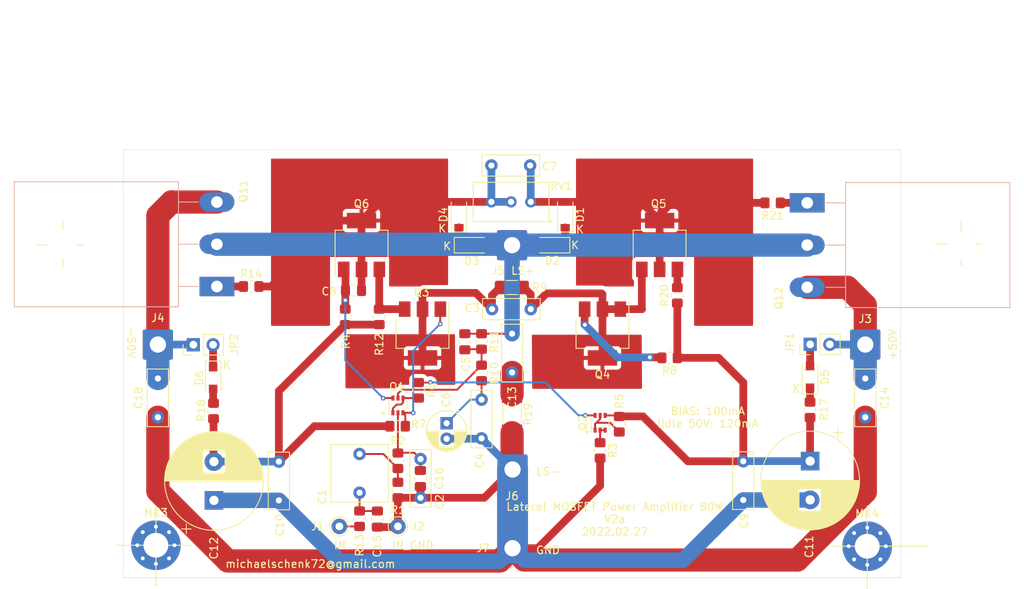
<source format=kicad_pcb>
(kicad_pcb (version 20211014) (generator pcbnew)
  (layers (0 "F.Cu" signal) (31 "B.Cu" signal) (34 "B.Paste" user) (35 "F.Paste" user) (36 "B.SilkS" user "B.Silkscreen") (37 "F.SilkS" user "F.Silkscreen") (38 "B.Mask" user) (39 "F.Mask" user) (44 "Edge.Cuts" user))
  (net 0 "")
  (net 1 "Net-(C1-Pad2)")
  (net 2 "Net-(C1-Pad1)")
  (net 3 "GND")
  (net 4 "Net-(C16-Pad1)")
  (net 5 "Net-(C3-Pad1)")
  (net 6 "Net-(C3-Pad2)")
  (net 7 "Net-(C4-Pad1)")
  (net 8 "Net-(C5-Pad2)")
  (net 9 "Net-(C13-Pad1)")
  (net 10 "Net-(C7-Pad2)")
  (net 11 "Net-(C7-Pad1)")
  (net 12 "Net-(C8-Pad1)")
  (net 13 "Net-(C11-Pad1)")
  (net 14 "Net-(C10-Pad2)")
  (net 15 "Net-(C13-Pad2)")
  (net 16 "Net-(J1-Pad1)")
  (net 17 "Net-(D1-Pad1)")
  (net 18 "Net-(D3-Pad1)")
  (net 19 "Net-(D5-Pad2)")
  (net 20 "Net-(D5-Pad1)")
  (net 21 "Net-(D6-Pad2)")
  (net 22 "Net-(D6-Pad1)")
  (net 23 "Net-(Q1-Pad3)")
  (net 24 "Net-(Q11-Pad1)")
  (net 25 "Net-(C14-Pad1)")
  (net 26 "Net-(C18-Pad2)")
  (net 27 "Net-(Q1-Pad1)")
  (net 28 "Net-(Q2-Pad6)")
  (net 29 "Net-(Q3-Pad3)")
  (net 30 "Net-(Q4-Pad3)")
  (net 31 "Net-(Q5-Pad3)")
  (net 32 "Net-(Q2-Pad2)")
  (net 33 "Net-(Q2-Pad1)")
  (net 34 "Net-(Q12-Pad1)")
  (footprint "Resistor_SMD:R_0805_2012Metric_Pad1.20x1.40mm_HandSolder" (layer "F.Cu") (at 180.721 63.373 90)
    (fp_text reference "R20")
    (fp_text value "100R")
  )
  (footprint "Capacitor_THT:C_Rect_L7.2mm_W7.2mm_P5.00mm_FKS2_FKP2_MKS2_MKP2" (layer "F.Cu") (at 139.7 83.85 -90)
    (fp_text reference "C1")
    (fp_text value "3.3uF")
  )
  (footprint "Capacitor_THT:C_Rect_L7.2mm_W2.5mm_P5.00mm_FKS2_FKP2_MKS2_MKP2" (layer "F.Cu") (at 147.571 84.5005 -90)
    (fp_text reference "C2")
    (fp_text value "1n")
  )
  (footprint "Capacitor_THT:C_Rect_L7.2mm_W2.5mm_P5.00mm_FKS2_FKP2_MKS2_MKP2" (layer "F.Cu") (at 161.798 65.151 180)
    (fp_text reference "C3")
    (fp_text value "10n")
  )
  (footprint "Capacitor_THT:CP_Radial_D5.0mm_P2.00mm" (layer "F.Cu") (at 150.9395 79.883 -90)
    (fp_text reference "C4")
    (fp_text value "47u/16V")
  )
  (footprint "Capacitor_SMD:C_0805_2012Metric_Pad1.18x1.45mm_HandSolder" (layer "F.Cu") (at 153.289 69.3635 -90)
    (fp_text reference "C5")
    (fp_text value "10p")
  )
  (footprint "Capacitor_THT:C_Rect_L7.2mm_W2.5mm_P5.00mm_FKS2_FKP2_MKS2_MKP2" (layer "F.Cu") (at 155.448 76.835 -90)
    (fp_text reference "C6")
    (fp_text value "100n")
  )
  (footprint "Capacitor_SMD:C_0805_2012Metric_Pad1.18x1.45mm_HandSolder" (layer "F.Cu") (at 138.9165 62.738)
    (fp_text reference "C8")
    (fp_text value "18p")
  )
  (footprint "Capacitor_THT:C_Rect_L7.2mm_W2.5mm_P5.00mm_FKS2_FKP2_MKS2_MKP2" (layer "F.Cu") (at 189.23 84.789 -90)
    (fp_text reference "C9")
    (fp_text value "100n")
  )
  (footprint "Capacitor_THT:CP_Radial_D12.5mm_P5.00mm" (layer "F.Cu") (at 197.866 84.7725 -90)
    (fp_text reference "C11")
    (fp_text value "220u/100V")
  )
  (footprint "Capacitor_THT:C_Rect_L7.2mm_W2.5mm_P5.00mm_FKS2_FKP2_MKS2_MKP2" (layer "F.Cu") (at 159.385 68.326 -90)
    (fp_text reference "C13")
    (fp_text value "22n")
  )
  (footprint "Diode_SMD:D_SOD-123" (layer "F.Cu") (at 166.243 52.958 90)
    (fp_text reference "D1")
    (fp_text value "1N914")
  )
  (footprint "Diode_SMD:D_SOD-123" (layer "F.Cu") (at 164.592 56.896 180)
    (fp_text reference "D2")
    (fp_text value "12V/0.5W")
  )
  (footprint "Diode_SMD:D_SOD-123" (layer "F.Cu") (at 154.178 56.896)
    (fp_text reference "D3")
    (fp_text value "1N914")
  )
  (footprint "Diode_SMD:D_SOD-123" (layer "F.Cu") (at 152.527 52.958 90)
    (fp_text reference "D4")
    (fp_text value "12V/0.5W")
  )
  (footprint "Diode_SMD:D_SOD-123F" (layer "F.Cu") (at 197.85 73.9 90)
    (fp_text reference "D5")
    (fp_text value "SM4002PL-TP")
  )
  (footprint "Connector_Pin:Pin_D1.0mm_L10.0mm" (layer "F.Cu") (at 137.0935 93.2)
    (fp_text reference "J1")
    (fp_text value "Conn_01x01")
  )
  (footprint "Connector_Pin:Pin_D1.0mm_L10.0mm" (layer "F.Cu") (at 144.65 93.2)
    (fp_text reference "J2")
    (fp_text value "Conn_01x01")
  )
  (footprint "Connector_Wire:SolderWire-1.5sqmm_1x01_D1.7mm_OD3.9mm" (layer "F.Cu") (at 204.978 69.723)
    (fp_text reference "J3")
    (fp_text value "+50V")
  )
  (footprint "Connector_Wire:SolderWire-1.5sqmm_1x01_D1.7mm_OD3.9mm" (layer "F.Cu") (at 159.385 56.896)
    (fp_text reference "J5")
    (fp_text value "LS+")
  )
  (footprint "Connector_Wire:SolderWire-1.5sqmm_1x01_D1.7mm_OD3.9mm" (layer "F.Cu") (at 159.4485 85.852)
    (fp_text reference "J6")
    (fp_text value "LS-")
  )
  (footprint "Connector_Wire:SolderWire-1.5sqmm_1x01_D1.7mm_OD3.9mm" (layer "F.Cu") (at 159.4485 96.012)
    (fp_text reference "J7")
    (fp_text value "GND")
  )
  (footprint "Connector_PinHeader_2.54mm:PinHeader_1x02_P2.54mm_Vertical" (layer "F.Cu") (at 197.86 69.7 90)
    (fp_text reference "JP1")
    (fp_text value "Jump")
  )
  (footprint "MountingHole:MountingHole_3.2mm_M3_Pad_Via" (layer "F.Cu") (at 113.411 95.631)
    (fp_text reference "MK3")
    (fp_text value "Mounting_Hole_PAD")
  )
  (footprint "MountingHole:MountingHole_3.2mm_M3_Pad_Via" (layer "F.Cu") (at 205.232 95.758)
    (fp_text reference "MK4")
    (fp_text value "Mounting_Hole_PAD")
  )
  (footprint "Resistor_SMD:R_0805_2012Metric_Pad1.20x1.40mm_HandSolder" (layer "F.Cu") (at 144.65 88.503 -90)
    (fp_text reference "R1")
    (fp_text value "33k")
  )
  (footprint "Resistor_SMD:R_0805_2012Metric_Pad1.20x1.40mm_HandSolder" (layer "F.Cu") (at 144.65 84.725 -90)
    (fp_text reference "R2")
    (fp_text value "1k")
  )
  (footprint "Resistor_SMD:R_0805_2012Metric_Pad1.20x1.40mm_HandSolder" (layer "F.Cu") (at 170.7515 83.3915 -90)
    (fp_text reference "R3")
    (fp_text value "22k")
  )
  (footprint "Resistor_SMD:R_0805_2012Metric_Pad1.20x1.40mm_HandSolder" (layer "F.Cu") (at 173.228 80.01 -90)
    (fp_text reference "R5")
    (fp_text value "680R")
  )
  (footprint "Resistor_SMD:R_0805_2012Metric_Pad1.20x1.40mm_HandSolder" (layer "F.Cu") (at 147.32 75.6285 -90)
    (fp_text reference "R6")
    (fp_text value "22k")
  )
  (footprint "Resistor_SMD:R_1206_3216Metric_Pad1.30x1.75mm_HandSolder" (layer "F.Cu") (at 159.359 62.357 180)
    (fp_text reference "R9")
    (fp_text value "12k/1W")
  )
  (footprint "Resistor_SMD:R_0805_2012Metric_Pad1.20x1.40mm_HandSolder" (layer "F.Cu") (at 155.448 73.39 -90)
    (fp_text reference "R10")
    (fp_text value "1k")
  )
  (footprint "Resistor_SMD:R_0805_2012Metric_Pad1.20x1.40mm_HandSolder" (layer "F.Cu") (at 155.448 69.326 -90)
    (fp_text reference "R11")
    (fp_text value "33k")
  )
  (footprint "Resistor_SMD:R_0805_2012Metric_Pad1.20x1.40mm_HandSolder" (layer "F.Cu") (at 142.24 66.151 -90)
    (fp_text reference "R12")
    (fp_text value "100R")
  )
  (footprint "Resistor_SMD:R_0805_2012Metric_Pad1.20x1.40mm_HandSolder" (layer "F.Cu") (at 125.714 62.23)
    (fp_text reference "R14")
    (fp_text value "220R")
  )
  (footprint "Resistor_SMD:R_0805_2012Metric_Pad1.20x1.40mm_HandSolder" (layer "F.Cu") (at 197.85 78.15 90)
    (fp_text reference "R17")
    (fp_text value "100R")
  )
  (footprint "Resistor_SMD:R_MELF_MMB-0207" (layer "F.Cu") (at 159.385 78.65 -90)
    (fp_text reference "R19")
    (fp_text value "6.8R/1W")
  )
  (footprint "Resistor_SMD:R_0805_2012Metric_Pad1.20x1.40mm_HandSolder" (layer "F.Cu") (at 193.024 51.435 180)
    (fp_text reference "R21")
    (fp_text value "220R")
  )
  (footprint "Capacitor_THT:C_Rect_L7.2mm_W2.5mm_P5.00mm_FKS2_FKP2_MKS2_MKP2" (layer "F.Cu") (at 204.978 74.1045 -90)
    (fp_text reference "C14")
    (fp_text value "100n")
  )
  (footprint "Resistor_SMD:R_0805_2012Metric_Pad1.20x1.40mm_HandSolder" (layer "F.Cu") (at 120.85 78.3 -90)
    (fp_text reference "R18")
    (fp_text value "100R")
  )
  (footprint "Capacitor_THT:C_Rect_L7.2mm_W2.5mm_P5.00mm_FKS2_FKP2_MKS2_MKP2" (layer "F.Cu") (at 129.286 89.836 90)
    (fp_text reference "C10")
    (fp_text value "100n")
  )
  (footprint "Capacitor_THT:CP_Radial_D12.5mm_P5.00mm" (layer "F.Cu") (at 120.904 89.836 90)
    (fp_text reference "C12")
    (fp_text value "220u/100V")
  )
  (footprint "Resistor_SMD:R_0805_2012Metric_Pad1.20x1.40mm_HandSolder" (layer "F.Cu") (at 144.6055 80.264 180)
    (fp_text reference "R7")
    (fp_text value "4k7")
  )
  (footprint "Resistor_SMD:R_0805_2012Metric_Pad1.20x1.40mm_HandSolder" (layer "F.Cu") (at 137.8585 66.151 -90)
    (fp_text reference "R4")
    (fp_text value "4k7")
  )
  (footprint "Package_TO_SOT_SMD:SOT-223-3_TabPin2" (layer "F.Cu") (at 147.828 68.301 -90)
    (fp_text reference "Q3")
    (fp_text value "DZT5551")
  )
  (footprint "Package_TO_SOT_SMD:SOT-223-3_TabPin2" (layer "F.Cu") (at 171.055 68.301 -90)
    (fp_text reference "Q4")
    (fp_text value "DZT5401")
  )
  (footprint "Package_TO_SOT_SMD:SOT-223-3_TabPin2" (layer "F.Cu") (at 178.435 56.871 90)
    (fp_text reference "Q5")
    (fp_text value "DZT5401")
  )
  (footprint "Package_TO_SOT_SMD:SOT-223-3_TabPin2" (layer "F.Cu") (at 139.954 56.871 90)
    (fp_text reference "Q6")
    (fp_text value "DZT5551")
  )
  (footprint "Package_TO_SOT_SMD:SOT-363_SC-70-6" (layer "F.Cu") (at 144.6555 77.582 90)
    (fp_text reference "Q1")
    (fp_text value "BC856BS")
  )
  (footprint "Package_TO_SOT_SMD:SOT-363_SC-70-6" (layer "F.Cu") (at 170.7515 79.8195 90)
    (fp_text reference "Q2")
    (fp_text value "BC856BS")
  )
  (footprint "Connector_Wire:SolderWire-1.5sqmm_1x01_D1.7mm_OD3.9mm" (layer "F.Cu") (at 113.665 69.723)
    (fp_text reference "J4")
    (fp_text value "-50V")
  )
  (footprint "Connector_PinHeader_2.54mm:PinHeader_1x02_P2.54mm_Vertical" (layer "F.Cu") (at 118.25 69.75 90)
    (fp_text reference "JP2")
    (fp_text value "Jump")
  )
  (footprint "Capacitor_THT:C_Rect_L7.2mm_W2.5mm_P5.00mm_FKS2_FKP2_MKS2_MKP2" (layer "F.Cu") (at 113.665 79.1045 90)
    (fp_text reference "C18")
    (fp_text value "100n")
  )
  (footprint "Diode_SMD:D_SOD-123F" (layer "F.Cu") (at 120.8 74.05 -90)
    (fp_text reference "D6")
    (fp_text value "SM4002PL-TP")
  )
  (footprint "Capacitor_THT:C_Rect_L7.2mm_W2.5mm_P5.00mm_FKS2_FKP2_MKS2_MKP2" (layer "F.Cu") (at 156.718 46.609)
    (fp_text reference "C7")
    (fp_text value "100n")
  )
  (footprint "Potentiometer_THT:Potentiometer_Bourns_3296W_Vertical" (layer "F.Cu") (at 161.798 51.308)
    (fp_text reference "RV1")
    (fp_text value "200R")
  )
  (footprint "Resistor_SMD:R_0805_2012Metric_Pad1.20x1.40mm_HandSolder" (layer "F.Cu") (at 179.721 71.4375 180)
    (fp_text reference "R8")
    (fp_text value "100R")
  )
  (footprint "Capacitor_SMD:C_0805_2012Metric_Pad1.18x1.45mm_HandSolder" (layer "F.Cu") (at 147.5535 87.0165 -90)
    (fp_text reference "C16")
    (fp_text value "470p")
  )
  (footprint "Capacitor_SMD:C_0805_2012Metric_Pad1.18x1.45mm_HandSolder" (layer "F.Cu") (at 142 92.25 -90)
    (fp_text reference "C15")
    (fp_text value "100p")
  )
  (footprint "Resistor_SMD:R_0805_2012Metric_Pad1.20x1.40mm_HandSolder" (layer "F.Cu") (at 139.7 92.2 -90)
    (fp_text reference "R13")
    (fp_text value "68R")
  )
  (footprint "Package_TO_SOT_THT:TO-247-3_Horizontal_TabUp" (layer "B.Cu") (at 121.285 62.23 90)
    (fp_text reference "Q11")
    (fp_text value "ECX10P20")
  )
  (footprint "Package_TO_SOT_THT:TO-247-3_Horizontal_TabUp" (layer "B.Cu") (at 197.485 51.435 -90)
    (fp_text reference "Q12")
    (fp_text value "ECX10N20")
  )
  (gr_line (start 98.1075 56.896) (end 104.0765 56.896) (layer "F.SilkS") (width 0.12))
  (gr_line (start 101.4095 53.9115) (end 101.4095 59.6265) (layer "F.SilkS") (width 0.12))
  (gr_line (start 213.106 95.758) (end 200.533 95.758) (layer "F.SilkS") (width 0.12))
  (gr_line (start 117.983 95.631) (end 108.331 95.631) (layer "F.SilkS") (width 0.12))
  (gr_line (start 205.232 101.219) (end 205.232 90.551) (layer "F.SilkS") (width 0.12))
  (gr_line (start 217.3605 53.7845) (end 217.3605 59.4995) (layer "F.SilkS") (width 0.12))
  (gr_line (start 214.0585 56.769) (end 220.0275 56.769) (layer "F.SilkS") (width 0.12))
  (gr_line (start 113.411 90.551) (end 113.411 100.838) (layer "F.SilkS") (width 0.12))
  (gr_line (start 113.411 100.838) (end 113.538 100.711) (layer "F.SilkS") (width 0.12))
  (gr_line (start 109.22 99.822) (end 209.55 99.822) (layer "Edge.Cuts") (width 0.05))
  (gr_line (start 109.22 44.577) (end 109.22 99.822) (layer "Edge.Cuts") (width 0.05))
  (gr_line (start 209.55 44.577) (end 209.55 99.822) (layer "Edge.Cuts") (width 0.05))
  (gr_line (start 109.22 44.577) (end 209.55 44.577) (layer "Edge.Cuts") (width 0.05))
  (gr_text "GND" (at 164.0205 96.266) (layer "F.SilkS") (effects (font (size 1 1))))
  (gr_text "-50V" (at 110.236 69.469 -90) (layer "F.SilkS") (effects (font (size 1 1))))
  (gr_text "°" (at 164.338 54.229) (layer "F.SilkS") (effects (font (size 1 1))))
  (gr_text "°" (at 169.037 81.407) (layer "F.SilkS") (effects (font (size 1 1))))
  (gr_text "°" (at 142.748 78.994) (layer "F.SilkS") (effects (font (size 1 1))))
  (gr_text "IN" (at 137.16 95.631) (layer "F.SilkS") (effects (font (size 1 1))))
  (gr_text "LS+" (at 160.782 60.198) (layer "F.SilkS") (effects (font (size 1 1))))
  (gr_text "K" (at 122.555 72.39) (layer "F.SilkS") (effects (font (size 1 1))))
  (gr_text "+50V" (at 208.534 69.723 90) (layer "F.SilkS") (effects (font (size 1 1))))
  (gr_text "IN_GND" (at 146.558 95.631) (layer "F.SilkS") (effects (font (size 1 1))))
  (gr_text "K" (at 167.513 56.896) (layer "F.SilkS") (effects (font (size 1 1))))
  (gr_text "michaelschenk72@gmail.com" (at 133.35 98.044) (layer "F.SilkS") (effects (font (size 1 1))))
  (gr_text "K" (at 196.088 75.438) (layer "F.SilkS") (effects (font (size 1 1))))
  (gr_text "BIAS: 100mA\nIidle 50V: 120mA" (at 184.658 79.121) (layer "F.SilkS") (effects (font (size 1 1))))
  (gr_text "K" (at 151.003 57.023) (layer "F.SilkS") (effects (font (size 1 1))))
  (gr_text "Lateral MOSFET Power Amplifier 80W\nV2a\n2022.02.27" (at 172.6565 92.2655) (layer "F.SilkS") (effects (font (size 1 1))))
  (gr_text "K" (at 168.148 54.864) (layer "F.SilkS") (effects (font (size 1 1))))
  (gr_text "K" (at 150.368 54.737) (layer "F.SilkS") (effects (font (size 1 1))))
  (gr_text "LS-" (at 164.0205 86.106) (layer "F.SilkS") (effects (font (size 1 1))))
  (segment (start 139.7 91.2) (end 139.7 88.85) (width 0.25) (layer "F.Cu") (net 1))
  (segment (start 139.7125 91.2125) (end 139.7 91.2) (width 0.25) (layer "F.Cu") (net 1))
  (segment (start 142 91.2125) (end 139.7125 91.2125) (width 0.25) (layer "F.Cu") (net 1))
  (segment (start 142.775 83.85) (end 139.7 83.85) (width 0.25) (layer "F.Cu") (net 2))
  (segment (start 144.65 85.725) (end 142.775 83.85) (width 0.25) (layer "F.Cu") (net 2))
  (segment (start 144.65 87.503) (end 144.65 85.725) (width 0.25) (layer "F.Cu") (net 2))
  (segment (start 147.5555 89.485) (end 147.571 89.5005) (width 1) (layer "F.Cu") (net 3))
  (segment (start 147.571 89.5005) (end 147.571 88.0715) (width 1) (layer "F.Cu") (net 3))
  (segment (start 196.201998 97.536) (end 160.9725 97.536) (width 3) (layer "F.Cu") (net 3))
  (segment (start 144.65 93.2) (end 144.65 89.503) (width 1) (layer "F.Cu") (net 3))
  (segment (start 144.5625 93.2875) (end 144.65 93.2) (width 1) (layer "F.Cu") (net 3))
  (segment (start 147.571 88.0715) (end 147.5535 88.054) (width 1) (layer "F.Cu") (net 3))
  (segment (start 162.687 96.012) (end 170.7515 87.9475) (width 1) (layer "F.Cu") (net 3))
  (segment (start 122.695002 97.663) (end 157.7975 97.663) (width 3) (layer "F.Cu") (net 3))
  (segment (start 113.665 79.1045) (end 113.665 88.632998) (width 3) (layer "F.Cu") (net 3))
  (segment (start 159.4485 96.012) (end 162.687 96.012) (width 1) (layer "F.Cu") (net 3))
  (segment (start 142 93.2875) (end 144.5625 93.2875) (width 1) (layer "F.Cu") (net 3))
  (segment (start 159.4485 96.012) (end 159.4485 95.6945) (width 0.5) (layer "F.Cu") (net 3))
  (segment (start 160.9725 97.536) (end 159.4485 96.012) (width 3) (layer "F.Cu") (net 3))
  (segment (start 155.8 89.5005) (end 159.4485 85.852) (width 1) (layer "F.Cu") (net 3))
  (segment (start 170.7515 87.9475) (end 170.7515 84.3915) (width 1) (layer "F.Cu") (net 3))
  (segment (start 147.571 89.5005) (end 155.8 89.5005) (width 1) (layer "F.Cu") (net 3))
  (segment (start 159.385 81.1) (end 159.385 85.7885) (width 3) (layer "F.Cu") (net 3))
  (segment (start 204.978 88.759998) (end 196.201998 97.536) (width 3) (layer "F.Cu") (net 3))
  (segment (start 144.65 89.503) (end 147.5685 89.503) (width 1) (layer "F.Cu") (net 3))
  (segment (start 113.665 88.632998) (end 122.695002 97.663) (width 3) (layer "F.Cu") (net 3))
  (segment (start 204.978 79.1045) (end 204.978 88.759998) (width 3) (layer "F.Cu") (net 3))
  (segment (start 147.5685 89.503) (end 147.571 89.5005) (width 1) (layer "F.Cu") (net 3))
  (segment (start 157.7975 97.663) (end 159.4485 96.012) (width 3) (layer "F.Cu") (net 3))
  (segment (start 159.385 85.7885) (end 159.4485 85.852) (width 3) (layer "F.Cu") (net 3))
  (segment (start 189.23 89.789) (end 181.469 97.55) (width 2) (layer "B.Cu") (net 3))
  (segment (start 159.4485 96.012) (end 159.4485 85.852) (width 4) (layer "B.Cu") (net 3))
  (segment (start 155.448 81.835) (end 155.448 81.8515) (width 1) (layer "B.Cu") (net 3))
  (segment (start 160.9865 97.55) (end 159.4485 96.012) (width 2) (layer "B.Cu") (net 3))
  (segment (start 157.7605 97.7) (end 159.4485 96.012) (width 2) (layer "B.Cu") (net 3))
  (segment (start 150.9395 81.883) (end 155.4 81.883) (width 1) (layer "B.Cu") (net 3))
  (segment (start 197.8495 89.789) (end 197.866 89.7725) (width 2) (layer "B.Cu") (net 3))
  (segment (start 137.15 97.7) (end 157.7605 97.7) (width 2) (layer "B.Cu") (net 3))
  (segment (start 129.286 89.836) (end 137.15 97.7) (width 2) (layer "B.Cu") (net 3))
  (segment (start 155.448 81.8515) (end 159.4485 85.852) (width 1) (layer "B.Cu") (net 3))
  (segment (start 189.23 89.789) (end 197.8495 89.789) (width 2) (layer "B.Cu") (net 3))
  (segment (start 129.286 89.836) (end 120.904 89.836) (width 2) (layer "B.Cu") (net 3))
  (segment (start 181.469 97.55) (end 160.9865 97.55) (width 2) (layer "B.Cu") (net 3))
  (segment (start 155.4 81.883) (end 155.448 81.835) (width 1) (layer "B.Cu") (net 3))
  (segment (start 144.65 80.145) (end 144.6555 80.1395) (width 0.25) (layer "F.Cu") (net 4))
  (segment (start 146.7635 83.693) (end 144.682 83.693) (width 0.25) (layer "F.Cu") (net 4))
  (segment (start 147.5535 85.979) (end 147.5535 84.518) (width 0.25) (layer "F.Cu") (net 4))
  (segment (start 144.65 83.725) (end 144.65 80.145) (width 0.25) (layer "F.Cu") (net 4))
  (segment (start 144.682 83.693) (end 144.65 83.725) (width 0.25) (layer "F.Cu") (net 4))
  (segment (start 144.6555 80.1395) (end 144.6555 81.119) (width 0.25) (layer "F.Cu") (net 4))
  (segment (start 147.571 84.5005) (end 146.7635 83.693) (width 0.25) (layer "F.Cu") (net 4))
  (segment (start 147.5535 84.518) (end 147.571 84.5005) (width 0.25) (layer "F.Cu") (net 4))
  (segment (start 144.6555 78.532) (end 144.6555 80.1395) (width 0.25) (layer "F.Cu") (net 4))
  (segment (start 163.83 63.119) (end 170.942 63.119) (width 1) (layer "F.Cu") (net 5))
  (segment (start 171.055 63.232) (end 171.055 65.151) (width 1) (layer "F.Cu") (net 5))
  (segment (start 176.149 65.151) (end 176.135 65.137) (width 1) (layer "F.Cu") (net 5))
  (segment (start 170.942 63.119) (end 171.055 63.232) (width 1) (layer "F.Cu") (net 5))
  (segment (start 176.135 65.137) (end 176.135 60.021) (width 1) (layer "F.Cu") (net 5))
  (segment (start 161.798 65.151) (end 161.798 63.246) (width 1) (layer "F.Cu") (net 5))
  (segment (start 161.798 63.246) (end 160.909 62.357) (width 1) (layer "F.Cu") (net 5))
  (segment (start 171.055 71.451) (end 171.055 65.151) (width 1) (layer "F.Cu") (net 5))
  (segment (start 171.055 65.151) (end 173.355 65.151) (width 1) (layer "F.Cu") (net 5))
  (segment (start 170.942 65.151) (end 171.005 65.151) (width 0.5) (layer "F.Cu") (net 5))
  (segment (start 173.355 65.151) (end 176.149 65.151) (width 1) (layer "F.Cu") (net 5))
  (segment (start 161.798 65.151) (end 163.83 63.119) (width 1) (layer "F.Cu") (net 5))
  (segment (start 156.798 65.151) (end 156.798 63.368) (width 1) (layer "F.Cu") (net 6))
  (segment (start 148.082 63.0555) (end 147.828 63.3095) (width 1) (layer "F.Cu") (net 6))
  (segment (start 147.828 63.3095) (end 147.828 65.151) (width 1) (layer "F.Cu") (net 6))
  (segment (start 154.7025 63.0555) (end 148.082 63.0555) (width 1) (layer "F.Cu") (net 6))
  (segment (start 147.828 65.151) (end 147.828 71.451) (width 1) (layer "F.Cu") (net 6))
  (segment (start 156.798 63.368) (end 157.809 62.357) (width 1) (layer "F.Cu") (net 6))
  (segment (start 156.798 65.151) (end 154.7025 63.0555) (width 1) (layer "F.Cu") (net 6))
  (segment (start 155.448 76.835) (end 155.448 74.39) (width 0.25) (layer "F.Cu") (net 7))
  (segment (start 153.9875 76.835) (end 150.9395 79.883) (width 0.25) (layer "B.Cu") (net 7))
  (segment (start 155.448 76.835) (end 153.9875 76.835) (width 0.25) (layer "B.Cu") (net 7))
  (segment (start 155.448 72.39) (end 155.448 70.326) (width 0.25) (layer "F.Cu") (net 8))
  (segment (start 153.364 70.326) (end 153.289 70.401) (width 0.25) (layer "F.Cu") (net 8))
  (segment (start 144.6555 76.632) (end 144.6555 76.057) (width 0.25) (layer "F.Cu") (net 8))
  (segment (start 152.28449 75.55351) (end 155.448 72.39) (width 0.25) (layer "F.Cu") (net 8))
  (segment (start 145.15899 75.55351) (end 152.28449 75.55351) (width 0.25) (layer "F.Cu") (net 8))
  (segment (start 155.448 70.326) (end 153.364 70.326) (width 0.25) (layer "F.Cu") (net 8))
  (segment (start 144.6555 76.057) (end 145.15899 75.55351) (width 0.25) (layer "F.Cu") (net 8))
  (segment (start 162.942 56.896) (end 159.385 56.896) (width 1) (layer "F.Cu") (net 9))
  (segment (start 155.828 56.896) (end 159.385 56.896) (width 1) (layer "F.Cu") (net 9))
  (segment (start 159.385 68.326) (end 155.448 68.326) (width 0.25) (layer "F.Cu") (net 9))
  (segment (start 155.448 68.326) (end 153.289 68.326) (width 0.25) (layer "F.Cu") (net 9))
  (segment (start 159.396 56.885) (end 197.485 56.885) (width 3) (layer "B.Cu") (net 9))
  (segment (start 159.385 56.896) (end 159.396 56.885) (width 3) (layer "B.Cu") (net 9))
  (segment (start 159.385 56.896) (end 159.385 68.326) (width 2) (layer "B.Cu") (net 9))
  (segment (start 159.385 56.896) (end 159.269 56.78) (width 3) (layer "B.Cu") (net 9))
  (segment (start 159.269 56.78) (end 121.285 56.78) (width 3) (layer "B.Cu") (net 9))
  (segment (start 178.435 60.021) (end 178.435 53.721) (width 1) (layer "F.Cu") (net 10))
  (segment (start 178.435 52.959) (end 178.435 53.721) (width 1) (layer "F.Cu") (net 10))
  (segment (start 179.959 51.435) (end 178.435 52.959) (width 1) (layer "F.Cu") (net 10))
  (segment (start 166.243 51.308) (end 176.022 51.308) (width 1) (layer "F.Cu") (net 10))
  (segment (start 192.024 51.435) (end 179.959 51.435) (width 1) (layer "F.Cu") (net 10))
  (segment (start 166.243 51.308) (end 161.798 51.308) (width 1) (layer "F.Cu") (net 10))
  (segment (start 176.022 51.308) (end 178.435 53.721) (width 1) (layer "F.Cu") (net 10))
  (segment (start 161.798 51.308) (end 161.798 46.689) (width 1) (layer "B.Cu") (net 10))
  (segment (start 128.27 62.23) (end 126.714 62.23) (width 1) (layer "F.Cu") (net 11))
  (segment (start 139.954 60.021) (end 139.954 53.721) (width 1) (layer "F.Cu") (net 11))
  (segment (start 139.954 62.738) (end 139.954 60.021) (width 1) (layer "F.Cu") (net 11))
  (segment (start 156.718 51.308) (end 152.527 51.308) (width 1) (layer "F.Cu") (net 11))
  (segment (start 136.779 53.721) (end 128.27 62.23) (width 1) (layer "F.Cu") (net 11))
  (segment (start 152.527 51.308) (end 142.367 51.308) (width 1) (layer "F.Cu") (net 11))
  (segment (start 142.367 51.308) (end 139.954 53.721) (width 1) (layer "F.Cu") (net 11))
  (segment (start 139.954 53.721) (end 136.779 53.721) (width 1) (layer "F.Cu") (net 11))
  (segment (start 159.258 51.308) (end 156.718 51.308) (width 1) (layer "B.Cu") (net 11))
  (segment (start 156.718 51.308) (end 156.718 46.609) (width 1) (layer "B.Cu") (net 11))
  (segment (start 137.8585 64.008) (end 137.8585 62.7585) (width 1) (layer "F.Cu") (net 12))
  (segment (start 137.879 60.246) (end 137.654 60.021) (width 1) (layer "F.Cu") (net 12))
  (segment (start 144.0055 76.632) (end 142.7605 76.632) (width 0.25) (layer "F.Cu") (net 12))
  (segment (start 137.8585 65.151) (end 137.8585 64.008) (width 1) (layer "F.Cu") (net 12))
  (segment (start 137.879 62.738) (end 137.879 60.246) (width 1) (layer "F.Cu") (net 12))
  (segment (start 142.7605 76.632) (end 142.748 76.6445) (width 0.25) (layer "F.Cu") (net 12))
  (segment (start 137.8585 62.7585) (end 137.879 62.738) (width 1) (layer "F.Cu") (net 12))
  (segment (start 137.654 62.513) (end 137.879 62.738) (width 0.5) (layer "F.Cu") (net 12))
  (via (at 137.8585 64.008) (size 0.8) (drill 0.4) (layers "F.Cu" "B.Cu") (net 12))
  (via (at 142.748 76.6445) (size 0.6) (drill 0.3) (layers "F.Cu" "B.Cu") (net 12))
  (segment (start 142.748 76.6445) (end 137.8585 71.755) (width 0.25) (layer "B.Cu") (net 12))
  (segment (start 137.8585 71.755) (end 137.8585 64.008) (width 0.25) (layer "B.Cu") (net 12))
  (segment (start 171.4015 78.8695) (end 173.0875 78.8695) (width 0.25) (layer "F.Cu") (net 13))
  (segment (start 197.85 79.15) (end 197.85 84.7565) (width 1) (layer "F.Cu") (net 13))
  (segment (start 189.23 74.6125) (end 186.055 71.4375) (width 1) (layer "F.Cu") (net 13))
  (segment (start 186.055 71.4375) (end 180.721 71.4375) (width 1) (layer "F.Cu") (net 13))
  (segment (start 182.071 84.789) (end 176.276 78.994) (width 1) (layer "F.Cu") (net 13))
  (segment (start 173.244 78.994) (end 173.228 79.01) (width 1) (layer "F.Cu") (net 13))
  (segment (start 189.23 84.789) (end 189.23 74.6125) (width 1) (layer "F.Cu") (net 13))
  (segment (start 173.0875 78.8695) (end 173.228 79.01) (width 0.25) (layer "F.Cu") (net 13))
  (segment (start 189.23 84.789) (end 182.071 84.789) (width 1) (layer "F.Cu") (net 13))
  (segment (start 176.276 78.994) (end 173.244 78.994) (width 1) (layer "F.Cu") (net 13))
  (segment (start 197.85 84.7565) (end 197.866 84.7725) (width 1) (layer "F.Cu") (net 13))
  (segment (start 180.721 71.4375) (end 180.721 64.373) (width 1) (layer "F.Cu") (net 13))
  (segment (start 189.2465 84.7725) (end 189.23 84.789) (width 1) (layer "B.Cu") (net 13))
  (segment (start 197.866 84.7725) (end 189.2465 84.7725) (width 1) (layer "B.Cu") (net 13))
  (segment (start 129.286 84.836) (end 129.286 75.7235) (width 1) (layer "F.Cu") (net 14))
  (segment (start 133.858 80.264) (end 129.286 84.836) (width 1) (layer "F.Cu") (net 14))
  (segment (start 137.8585 67.151) (end 142.24 67.151) (width 1) (layer "F.Cu") (net 14))
  (segment (start 120.85 84.782) (end 120.904 84.836) (width 1) (layer "F.Cu") (net 14))
  (segment (start 129.286 75.7235) (end 137.8585 67.151) (width 1) (layer "F.Cu") (net 14))
  (segment (start 143.6055 80.264) (end 133.858 80.264) (width 1) (layer "F.Cu") (net 14))
  (segment (start 120.85 79.3) (end 120.85 84.782) (width 1) (layer "F.Cu") (net 14))
  (segment (start 129.286 84.836) (end 120.904 84.836) (width 1) (layer "B.Cu") (net 14))
  (segment (start 159.385 73.326) (end 159.385 76.2) (width 3) (layer "F.Cu") (net 15))
  (segment (start 137.0935 93.2) (end 139.7 93.2) (width 0.25) (layer "F.Cu") (net 16))
  (segment (start 166.242 54.609) (end 166.243 54.608) (width 0.5) (layer "F.Cu") (net 17))
  (segment (start 166.243 56.895) (end 166.242 56.896) (width 1) (layer "F.Cu") (net 17))
  (segment (start 166.243 54.608) (end 166.243 56.895) (width 1) (layer "F.Cu") (net 17))
  (segment (start 152.528 56.896) (end 152.528 54.609) (width 1) (layer "F.Cu") (net 18))
  (segment (start 152.528 54.609) (end 152.527 54.608) (width 1) (layer "F.Cu") (net 18))
  (segment (start 197.86 72.49) (end 197.85 72.5) (width 1) (layer "F.Cu") (net 19))
  (segment (start 197.86 69.7) (end 197.86 72.49) (width 1) (layer "F.Cu") (net 19))
  (segment (start 197.85 75.3) (end 197.85 77.15) (width 1) (layer "F.Cu") (net 20))
  (segment (start 120.8 75.45) (end 120.8 77.25) (width 1) (layer "F.Cu") (net 21))
  (segment (start 120.8 77.25) (end 120.85 77.3) (width 1) (layer "F.Cu") (net 21))
  (segment (start 120.79 69.75) (end 120.79 72.64) (width 1) (layer "F.Cu") (net 22))
  (segment (start 120.79 72.64) (end 120.8 72.65) (width 1) (layer "F.Cu") (net 22))
  (segment (start 145.3055 78.532) (end 146.604 78.532) (width 0.25) (layer "F.Cu") (net 23))
  (segment (start 150.114 65.165) (end 150.128 65.151) (width 0.25) (layer "F.Cu") (net 23))
  (segment (start 145.6055 80.264) (end 145.6055 78.832) (width 0.25) (layer "F.Cu") (net 23))
  (segment (start 145.6055 78.832) (end 145.3055 78.532) (width 0.25) (layer "F.Cu") (net 23))
  (segment (start 146.604 78.532) (end 146.6215 78.5495) (width 0.25) (layer "F.Cu") (net 23))
  (segment (start 150.114 67.056) (end 150.114 65.165) (width 0.25) (layer "F.Cu") (net 23))
  (via (at 146.6215 78.5495) (size 0.6) (drill 0.3) (layers "F.Cu" "B.Cu") (net 23))
  (via (at 150.114 67.056) (size 0.6) (drill 0.3) (layers "F.Cu" "B.Cu") (net 23))
  (segment (start 146.6215 78.5495) (end 146.6215 70.5485) (width 0.25) (layer "B.Cu") (net 23))
  (segment (start 146.6215 70.5485) (end 150.114 67.056) (width 0.25) (layer "B.Cu") (net 23))
  (segment (start 121.285 62.23) (end 124.714 62.23) (width 1) (layer "F.Cu") (net 24))
  (segment (start 204.978 64.643) (end 202.67 62.335) (width 3) (layer "F.Cu") (net 25))
  (segment (start 204.978 69.723) (end 204.978 64.643) (width 3) (layer "F.Cu") (net 25))
  (segment (start 202.67 62.335) (end 197.485 62.335) (width 3) (layer "F.Cu") (net 25))
  (segment (start 204.978 69.723) (end 200.423 69.723) (width 1) (layer "B.Cu") (net 25))
  (segment (start 204.978 74.1045) (end 204.978 69.723) (width 3) (layer "B.Cu") (net 25))
  (segment (start 200.423 69.723) (end 200.4 69.7) (width 1) (layer "B.Cu") (net 25))
  (segment (start 113.665 69.723) (end 113.665 53.086) (width 3) (layer "F.Cu") (net 26))
  (segment (start 113.665 53.086) (end 115.443 51.308) (width 3) (layer "F.Cu") (net 26))
  (segment (start 115.465 51.33) (end 121.285 51.33) (width 3) (layer "F.Cu") (net 26))
  (segment (start 115.443 51.308) (end 115.465 51.33) (width 3) (layer "F.Cu") (net 26))
  (segment (start 113.665 69.723) (end 118.223 69.723) (width 1) (layer "B.Cu") (net 26))
  (segment (start 118.223 69.723) (end 118.25 69.75) (width 1) (layer "B.Cu") (net 26))
  (segment (start 113.665 74.1045) (end 113.665 69.723) (width 3) (layer "B.Cu") (net 26))
  (segment (start 145.3055 77.207) (end 145.0425 77.47) (width 0.25) (layer "F.Cu") (net 27))
  (segment (start 147.3165 76.632) (end 147.32 76.6285) (width 0.25) (layer "F.Cu") (net 27))
  (segment (start 145.3055 76.632) (end 145.3055 77.207) (width 0.25) (layer "F.Cu") (net 27))
  (segment (start 145.3055 76.632) (end 147.3165 76.632) (width 0.25) (layer "F.Cu") (net 27))
  (segment (start 144.0055 77.957) (end 144.0055 78.532) (width 0.25) (layer "F.Cu") (net 27))
  (segment (start 144.4925 77.47) (end 144.0055 77.957) (width 0.25) (layer "F.Cu") (net 27))
  (segment (start 145.0425 77.47) (end 144.4925 77.47) (width 0.25) (layer "F.Cu") (net 27))
  (segment (start 147.32 74.6285) (end 148.828 74.6285) (width 0.25) (layer "F.Cu") (net 28))
  (segment (start 170.1015 78.8695) (end 168.849 78.8695) (width 0.25) (layer "F.Cu") (net 28))
  (segment (start 148.828 74.6285) (end 148.844 74.6125) (width 0.25) (layer "F.Cu") (net 28))
  (segment (start 168.849 78.8695) (end 168.8465 78.867) (width 0.25) (layer "F.Cu") (net 28))
  (via (at 168.8465 78.867) (size 0.6) (drill 0.3) (layers "F.Cu" "B.Cu") (net 28))
  (via (at 148.844 74.6125) (size 0.6) (drill 0.3) (layers "F.Cu" "B.Cu") (net 28))
  (segment (start 167.9575 78.867) (end 168.8465 78.867) (width 0.25) (layer "B.Cu") (net 28))
  (segment (start 163.703 74.6125) (end 167.9575 78.867) (width 0.25) (layer "B.Cu") (net 28))
  (segment (start 148.844 74.6125) (end 163.703 74.6125) (width 0.25) (layer "B.Cu") (net 28))
  (segment (start 145.528 65.151) (end 142.24 65.151) (width 1) (layer "F.Cu") (net 29))
  (segment (start 142.24 60.035) (end 142.254 60.021) (width 1) (layer "F.Cu") (net 29))
  (segment (start 142.24 65.151) (end 142.24 60.035) (width 1) (layer "F.Cu") (net 29))
  (segment (start 177.165 71.374) (end 178.6575 71.374) (width 1) (layer "F.Cu") (net 30))
  (segment (start 168.755 67.155) (end 168.783 67.183) (width 1) (layer "F.Cu") (net 30))
  (segment (start 168.755 65.151) (end 168.755 67.155) (width 1) (layer "F.Cu") (net 30))
  (segment (start 178.6575 71.374) (end 178.721 71.4375) (width 1) (layer "F.Cu") (net 30))
  (via (at 168.783 67.183) (size 1) (drill 0.5) (layers "F.Cu" "B.Cu") (net 30))
  (via (at 177.165 71.374) (size 1) (drill 0.5) (layers "F.Cu" "B.Cu") (net 30))
  (segment (start 168.783 67.183) (end 172.974 71.374) (width 1) (layer "B.Cu") (net 30))
  (segment (start 172.974 71.374) (end 177.165 71.374) (width 1) (layer "B.Cu") (net 30))
  (segment (start 180.721 62.373) (end 180.721 60.035) (width 1) (layer "F.Cu") (net 31))
  (segment (start 180.721 60.035) (end 180.735 60.021) (width 1) (layer "F.Cu") (net 31))
  (segment (start 170.7515 82.3915) (end 170.7515 80.7695) (width 0.25) (layer "F.Cu") (net 32))
  (segment (start 170.7515 80.7695) (end 171.4015 80.7695) (width 0.25) (layer "F.Cu") (net 32))
  (segment (start 173.228 81.01) (end 172.046501 79.828501) (width 0.25) (layer "F.Cu") (net 33))
  (segment (start 170.7515 79.329502) (end 170.7515 78.8695) (width 0.25) (layer "F.Cu") (net 33))
  (segment (start 172.046501 79.828501) (end 170.252501 79.828501) (width 0.25) (layer "F.Cu") (net 33))
  (segment (start 170.1015 80.7695) (end 170.1015 79.979502) (width 0.25) (layer "F.Cu") (net 33))
  (segment (start 173.228 81.01) (end 173.228 81.026) (width 0.25) (layer "F.Cu") (net 33))
  (segment (start 170.1015 79.979502) (end 170.252501 79.828501) (width 0.25) (layer "F.Cu") (net 33))
  (segment (start 170.252501 79.828501) (end 170.7515 79.329502) (width 0.25) (layer "F.Cu") (net 33))
  (segment (start 197.485 51.435) (end 194.024 51.435) (width 1) (layer "F.Cu") (net 34))
  (zone (net 6) (net_name "Net-(C3-Pad2)") (layer "F.Cu") (connect_pads (clearance 0.508)) (min_thickness 0.254) (fill yes (thermal_gap 0.508) (thermal_bridge_width 0.508))
    (polygon (pts (xy 152.057961 75.3745) (xy 137.877981 75.3745) (xy 137.83902 68.3895) (xy 152.019 68.3895)))
  )
  (zone (net 10) (net_name "Net-(C7-Pad2)") (layer "F.Cu") (connect_pads (clearance 0.508)) (min_thickness 0.254) (fill yes (thermal_gap 0.508) (thermal_bridge_width 0.508))
    (polygon (pts (xy 167.64 62.23) (xy 175.26 62.23) (xy 175.26 58.42) (xy 182.88 58.42) (xy 182.88 67.31) (xy 190.5 67.31) (xy 190.5 45.72) (xy 167.64 45.72)))
  )
  (zone (net 5) (net_name "Net-(C3-Pad1)") (layer "F.Cu") (connect_pads (clearance 0.508)) (min_thickness 0.254) (fill yes (thermal_gap 0.508) (thermal_bridge_width 0.508))
    (polygon (pts (xy 176.162459 75.438) (xy 161.982479 75.438) (xy 161.943518 68.453) (xy 176.123498 68.453)))
  )
  (zone (net 11) (net_name "Net-(C7-Pad1)") (layer "F.Cu") (connect_pads (clearance 0.508)) (min_thickness 0.254) (fill yes (thermal_gap 0.508) (thermal_bridge_width 0.508))
    (polygon (pts (xy 151.13 62.23) (xy 143.51 62.23) (xy 143.51 58.42) (xy 135.89 58.42) (xy 135.89 67.31) (xy 128.27 67.31) (xy 128.27 45.72) (xy 151.13 45.72)))
  )
)
</source>
